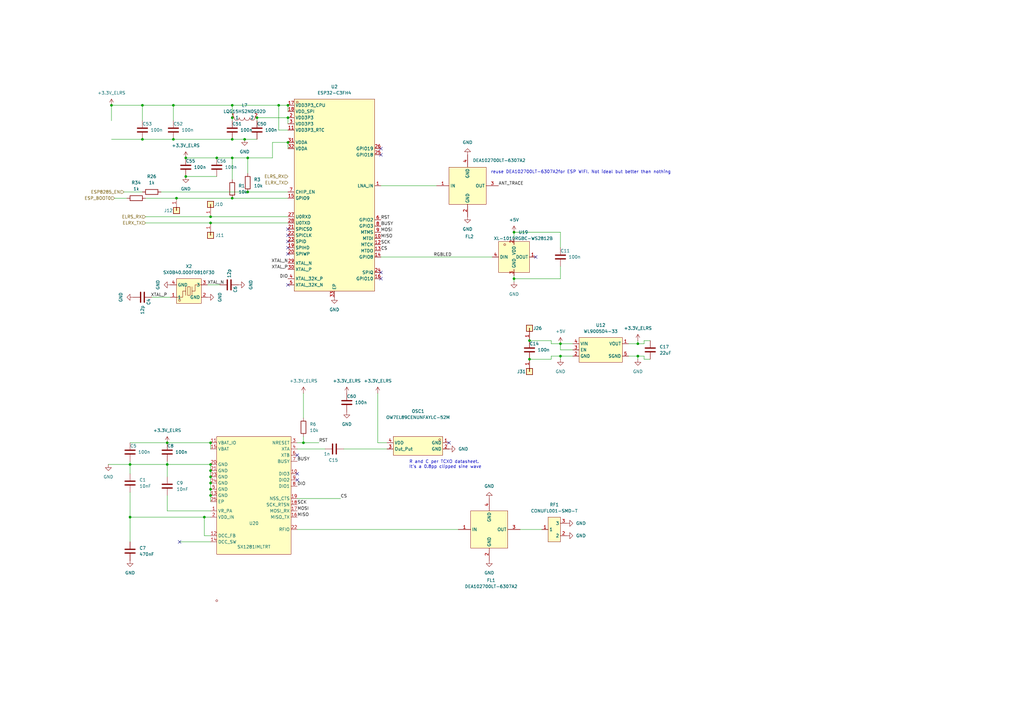
<source format=kicad_sch>
(kicad_sch (version 20250114) (generator "eeschema") (generator_version "9.0")
  (paper "A3")
  (lib_symbols
    (symbol "+3.3V_1" (power) (pin_numbers (hide yes)) (pin_names (offset 0) (hide yes))
      (property "Value" "+3.3V" (at 0 3.556 0))
      (symbol "+3.3V_1_0_1"
        (polyline (pts (xy -0.762 1.27) (xy 0 2.54)))
        (polyline (pts (xy 0 2.54) (xy 0.762 1.27)))
        (polyline (pts (xy 0 0) (xy 0 2.54)))
      )
      (symbol "+3.3V_1_1_1"
        (pin power_in line (at 0 0 90) (length 0) (name "~") (number "1"))
      )
    )
    (symbol "Connector_Generic:Conn_01x01" (pin_names (offset 1.016) (hide yes))
      (property "Reference" "J" (at 0 2.54 0))
      (property "Value" "Conn_01x01" (at 0 -2.54 0))
      (symbol "Conn_01x01_1_1"
        (rectangle (start -1.27 1.27) (end 1.27 -1.27) (stroke (width 0.254)) (fill (type background)))
        (rectangle (start -1.27 0.127) (end 0 -0.127) (stroke (width 0.1524)))
        (pin passive line (at -5.08 0 0) (length 3.81) (name "Pin_1") (number "1"))
      )
    )
    (symbol "Device:C" (pin_numbers (hide yes)) (pin_names (offset 0.254))
      (property "Reference" "C" (at 0.635 2.54 0))
      (property "Value" "C" (at 0.635 -2.54 0))
      (symbol "C_0_1"
        (polyline (pts (xy -2.032 0.762) (xy 2.032 0.762)) (stroke (width 0.508)))
        (polyline (pts (xy -2.032 -0.762) (xy 2.032 -0.762)) (stroke (width 0.508)))
      )
      (symbol "C_1_1"
        (pin passive line (at 0 3.81 270) (length 2.794) (name "~") (number "1"))
        (pin passive line (at 0 -3.81 90) (length 2.794) (name "~") (number "2"))
      )
    )
    (symbol "Device:R" (pin_numbers (hide yes)) (pin_names (offset 0))
      (property "Reference" "R" (at 2.032 0 90))
      (property "Value" "R" (at 0 0 90))
      (symbol "R_0_1"
        (rectangle (start -1.016 -2.54) (end 1.016 2.54) (stroke (width 0.254)))
      )
      (symbol "R_1_1"
        (pin passive line (at 0 3.81 270) (length 1.27) (name "~") (number "1"))
        (pin passive line (at 0 -3.81 90) (length 1.27) (name "~") (number "2"))
      )
    )
    (symbol "GND_3" (power) (pin_numbers (hide yes)) (pin_names (offset 0) (hide yes))
      (property "Value" "GND" (at 0 -3.81 0))
      (symbol "GND_3_0_1"
        (polyline (pts (xy 0 0) (xy 0 -1.27) (xy 1.27 -1.27) (xy 0 -2.54) (xy -1.27 -1.27) (xy 0 -1.27)))
      )
      (symbol "GND_3_1_1"
        (pin power_in line (at 0 0 270) (length 0) (name "~") (number "1"))
      )
    )
    (symbol "lib:2450FM07D0034T"
      (property "Reference" "FL" (at 0 17.78 0))
      (property "Value" "2450FM07D0034T" (at 0 -17.78 0))
      (symbol "2450FM07D0034T_0_1"
        (rectangle (start -7.62 7.62) (end 7.62 -7.62) (fill (type background)))
        (pin unspecified line (at -12.7 0 0) (length 5.08) (name "IN") (number "1"))
        (pin unspecified line (at 0 12.7 270) (length 5.08) (name "GND") (number "4"))
        (pin unspecified line (at 0 -12.7 90) (length 5.08) (name "GND") (number "2"))
        (pin unspecified line (at 12.7 0 180) (length 5.08) (name "OUT") (number "3"))
      )
    )
    (symbol "lib:CONUFL001-SMD-T"
      (property "Reference" "RF" (at 0 7.62 0))
      (property "Value" "CONUFL001-SMD-T" (at 0 -7.62 0))
      (symbol "CONUFL001-SMD-T_0_1"
        (rectangle (start -2.54 5.08) (end 2.54 -5.08) (fill (type background)))
        (pin unspecified line (at -5.08 0 0) (length 2.54) (name "1") (number "1"))
        (pin unspecified line (at 5.08 2.54 180) (length 2.54) (name "3") (number "3"))
        (pin unspecified line (at 5.08 -2.54 180) (length 2.54) (name "2") (number "2"))
      )
    )
    (symbol "lib:ESP32-C3FH4"
      (property "Reference" "U2" (at 0 27.94 0))
      (property "Value" "ESP32-C3FH4" (at 0 25.4 0))
      (symbol "ESP32-C3FH4_0_1"
        (rectangle (start -16.51 22.86) (end 16.51 -55.88) (fill (type background)))
        (circle (center -15.24 21.59) (radius 0.38))
        (pin unspecified line (at -19.05 20.32 0) (length 2.54) (name "VDD3P3_CPU") (number "17"))
        (pin unspecified line (at -19.05 17.78 0) (length 2.54) (name "VDD_SPI") (number "18"))
        (pin unspecified line (at -19.05 15.24 0) (length 2.54) (name "VDD3P3") (number "2"))
        (pin unspecified line (at -19.05 12.7 0) (length 2.54) (name "VDD3P3") (number "3"))
        (pin unspecified line (at -19.05 10.16 0) (length 2.54) (name "VDD3P3_RTC") (number "11"))
        (pin unspecified line (at -19.05 5.08 0) (length 2.54) (name "VDDA") (number "31"))
        (pin unspecified line (at -19.05 2.54 0) (length 2.54) (name "VDDA") (number "32"))
        (pin unspecified line (at -19.05 -15.24 0) (length 2.54) (name "CHIP_EN") (number "7"))
        (pin unspecified line (at -19.05 -17.78 0) (length 2.54) (name "GPIO9") (number "15"))
        (pin unspecified line (at -19.05 -25.4 0) (length 2.54) (name "U0RXD") (number "27"))
        (pin unspecified line (at -19.05 -27.94 0) (length 2.54) (name "U0TXD") (number "28"))
        (pin unspecified line (at -19.05 -30.48 0) (length 2.54) (name "SPICS0") (number "21"))
        (pin unspecified line (at -19.05 -33.02 0) (length 2.54) (name "SPICLK") (number "22"))
        (pin unspecified line (at -19.05 -35.56 0) (length 2.54) (name "SPID") (number "23"))
        (pin unspecified line (at -19.05 -38.1 0) (length 2.54) (name "SPIHD") (number "19"))
        (pin unspecified line (at -19.05 -40.64 0) (length 2.54) (name "SPIWP") (number "20"))
        (pin unspecified line (at -19.05 -44.45 0) (length 2.54) (name "XTAL_N") (number "29"))
        (pin unspecified line (at -19.05 -46.99 0) (length 2.54) (name "XTAL_P") (number "30"))
        (pin unspecified line (at -19.05 -50.8 0) (length 2.54) (name "XTAL_32K_P") (number "4"))
        (pin unspecified line (at -19.05 -53.34 0) (length 2.54) (name "XTAL_32K_N") (number "5"))
        (pin unspecified line (at 0 -58.42 90) (length 2.54) (name "EP") (number "33"))
        (pin unspecified line (at 19.05 2.54 180) (length 2.54) (name "GPIO19") (number "26"))
        (pin unspecified line (at 19.05 0 180) (length 2.54) (name "GPIO18") (number "25"))
        (pin unspecified line (at 19.05 -12.7 180) (length 2.54) (name "LNA_IN") (number "1"))
        (pin unspecified line (at 19.05 -26.67 180) (length 2.54) (name "GPIO2") (number "6"))
        (pin unspecified line (at 19.05 -29.21 180) (length 2.54) (name "GPIO3") (number "8"))
        (pin unspecified line (at 19.05 -31.75 180) (length 2.54) (name "MTMS") (number "9"))
        (pin unspecified line (at 19.05 -34.29 180) (length 2.54) (name "MTDI") (number "10"))
        (pin unspecified line (at 19.05 -36.83 180) (length 2.54) (name "MTCK") (number "12"))
        (pin unspecified line (at 19.05 -39.37 180) (length 2.54) (name "MTDO") (number "13"))
        (pin unspecified line (at 19.05 -41.91 180) (length 2.54) (name "GPIO8") (number "14"))
        (pin unspecified line (at 19.05 -48.26 180) (length 2.54) (name "SPIQ") (number "24"))
        (pin unspecified line (at 19.05 -50.8 180) (length 2.54) (name "GPIO10") (number "16"))
      )
    )
    (symbol "lib:LQG15HS2N0S02D"
      (property "Reference" "L" (at 0 5.08 0))
      (property "Value" "LQG15HS2N0S02D" (at 0 -5.08 0))
      (symbol "LQG15HS2N0S02D_0_1"
        (arc (start -2.27 -0.02) (mid -3.28 -1.1324) (end -4.29 -0.02))
        (arc (start -0.11 -0.02) (mid -1.12 -1.1324) (end -2.13 -0.02))
        (arc (start 2.04 -0.02) (mid 1.03 -1.1324) (end 0.02 -0.02))
        (arc (start 4.23 -0.02) (mid 3.22 -1.1231) (end 2.21 -0.02))
        (pin unspecified line (at -5.08 0 0) (length 0.762) (name "1") (number "1"))
        (pin unspecified line (at 5.08 0 180) (length 0.762) (name "2") (number "2"))
      )
    )
    (symbol "lib:OW7EL89CENUNFAYLC-52M"
      (property "Reference" "OSC" (at 0 6.35 0))
      (property "Value" "OW7EL89CENUNFAYLC-52M" (at 0 -6.35 0))
      (symbol "OW7EL89CENUNFAYLC-52M_0_1"
        (rectangle (start -10.16 3.81) (end 10.16 -3.81) (fill (type background)))
        (circle (center -8.89 2.54) (radius 0.38))
        (pin unspecified line (at -12.7 1.27 0) (length 2.54) (name "GND") (number "1"))
        (pin unspecified line (at -12.7 -1.27 0) (length 2.54) (name "GND") (number "2"))
        (pin unspecified line (at 12.7 1.27 180) (length 2.54) (name "VDD") (number "4"))
        (pin unspecified line (at 12.7 -1.27 180) (length 2.54) (name "Out_Put") (number "3"))
      )
    )
    (symbol "lib:SX0B40.000F0810F30"
      (property "Reference" "X" (at 0 7.62 0))
      (property "Value" "SX0B40.000F0810F30" (at 0 -7.62 0))
      (symbol "SX0B40.000F0810F30_0_1"
        (rectangle (start -5.08 5.08) (end 5.08 -5.08) (fill (type background)))
        (polyline (pts (xy -5.08 -2.54) (xy -2.54 -2.54) (xy -2.54 0) (xy -1.27 0)))
        (circle (center -3.81 -3.81) (radius 0.38))
        (polyline (pts (xy -1.27 -1.78) (xy -1.27 1.78)))
        (rectangle (start -0.51 1.78) (end 0.51 -1.78) (fill (type background)))
        (polyline (pts (xy 1.27 -1.78) (xy 1.27 1.78)))
        (polyline (pts (xy 5.08 2.54) (xy 2.54 2.54) (xy 2.54 0) (xy 1.27 0)))
        (pin input line (at -7.62 2.54 0) (length 2.54) (name "GND") (number "4"))
        (pin input line (at -7.62 -2.54 0) (length 2.54) (name "1") (number "1"))
        (pin input line (at 7.62 2.54 180) (length 2.54) (name "3") (number "3"))
        (pin input line (at 7.62 -2.54 180) (length 2.54) (name "GND") (number "2"))
      )
    )
    (symbol "lib:SX1281IMLTRT"
      (property "Reference" "U11" (at 0 -19.05 0))
      (property "Value" "SX1281IMLTRT" (at 0 -28.702 0))
      (symbol "SX1281IMLTRT_0_1"
        (rectangle (start -15.24 16.51) (end 15.24 -31.75) (fill (type background)))
        (circle (center -15.24 -50.8) (radius 0.38))
        (pin unspecified line (at -17.78 13.97 0) (length 2.54) (name "VBAT_IO") (number "11"))
        (pin unspecified line (at -17.78 11.43 0) (length 2.54) (name "VBAT") (number "15"))
        (pin unspecified line (at -17.78 5.08 0) (length 2.54) (name "GND") (number "20"))
        (pin unspecified line (at -17.78 2.54 0) (length 2.54) (name "GND") (number "21"))
        (pin unspecified line (at -17.78 0 0) (length 2.54) (name "GND") (number "23"))
        (pin unspecified line (at -17.78 -2.54 0) (length 2.54) (name "GND") (number "24"))
        (pin unspecified line (at -17.78 -5.08 0) (length 2.54) (name "GND") (number "5"))
        (pin unspecified line (at -17.78 -7.62 0) (length 2.54) (name "GND") (number "13"))
        (pin unspecified line (at -17.78 -10.16 0) (length 2.54) (name "EP") (number "25"))
        (pin unspecified line (at -17.78 -13.97 0) (length 2.54) (name "VR_PA") (number "1"))
        (pin unspecified line (at -17.78 -16.51 0) (length 2.54) (name "VDD_IN") (number "2"))
        (pin unspecified line (at -17.78 -24.13 0) (length 2.54) (name "DCC_FB") (number "12"))
        (pin unspecified line (at -17.78 -26.67 0) (length 2.54) (name "DCC_SW") (number "14"))
        (pin unspecified line (at 17.78 13.97 180) (length 2.54) (name "NRESET") (number "3"))
        (pin unspecified line (at 17.78 11.43 180) (length 2.54) (name "XTA") (number "4"))
        (pin unspecified line (at 17.78 8.89 180) (length 2.54) (name "XTB") (number "6"))
        (pin unspecified line (at 17.78 6.35 180) (length 2.54) (name "BUSY") (number "7"))
        (pin unspecified line (at 17.78 1.27 180) (length 2.54) (name "DIO3") (number "10"))
        (pin unspecified line (at 17.78 -1.27 180) (length 2.54) (name "DIO2") (number "9"))
        (pin unspecified line (at 17.78 -3.81 180) (length 2.54) (name "DIO1") (number "8"))
        (pin unspecified line (at 17.78 -8.89 180) (length 2.54) (name "NSS_CTS") (number "19"))
        (pin unspecified line (at 17.78 -11.43 180) (length 2.54) (name "SCK_RTSN") (number "18"))
        (pin unspecified line (at 17.78 -13.97 180) (length 2.54) (name "MOSI_RX") (number "17"))
        (pin unspecified line (at 17.78 -16.51 180) (length 2.54) (name "MISO_TX") (number "16"))
        (pin unspecified line (at 17.78 -21.59 180) (length 2.54) (name "RFIO") (number "22"))
      )
    )
    (symbol "lib:WL9005D4-33"
      (property "Reference" "U" (at 0 7.62 0))
      (property "Value" "WL9005D4-33" (at 0 -7.62 0))
      (symbol "WL9005D4-33_0_1"
        (rectangle (start -8.89 5.08) (end 8.89 -5.08) (fill (type background)))
        (pin unspecified line (at -11.43 2.54 0) (length 2.54) (name "VIN") (number "4"))
        (pin unspecified line (at -11.43 0 0) (length 2.54) (name "EN") (number "3"))
        (pin unspecified line (at -11.43 -2.54 0) (length 2.54) (name "GND") (number "2"))
        (pin unspecified line (at 11.43 2.54 180) (length 2.54) (name "VOUT") (number "1"))
        (pin unspecified line (at 11.43 -2.54 180) (length 2.54) (name "SGND") (number "5"))
      )
    )
    (symbol "lib:XL-1010RGBC-WS2812B"
      (property "Reference" "U3" (at 21.59 10.2302 0))
      (property "Value" "XL-1010RGBC-WS2812B" (at 21.59 7.6902 0))
      (symbol "XL-1010RGBC-WS2812B_0_1"
        (rectangle (start -7.62 6.35) (end 5.08 -6.35) (fill (type background)))
        (circle (center -5.08 5.08) (radius 0.38))
        (pin unspecified line (at -10.16 0 0) (length 2.54) (name "DIN") (number "4"))
        (pin unspecified line (at -1.27 7.62 270) (length 2.54) (name "VDD") (number "2"))
        (pin unspecified line (at -1.27 -7.62 90) (length 2.54) (name "GND") (number "3"))
        (pin unspecified line (at 7.62 0 180) (length 2.54) (name "DOUT") (number "1"))
      )
    )
    (symbol "power:+5V" (power) (pin_numbers (hide yes)) (pin_names (offset 0) (hide yes))
      (property "Value" "+5V" (at 0 3.556 0))
      (symbol "+5V_0_1"
        (polyline (pts (xy -0.762 1.27) (xy 0 2.54)))
        (polyline (pts (xy 0 2.54) (xy 0.762 1.27)))
        (polyline (pts (xy 0 0) (xy 0 2.54)))
      )
      (symbol "+5V_1_1"
        (pin power_in line (at 0 0 90) (length 0) (name "~") (number "1"))
      )
    )
    (symbol "power:GND" (power) (pin_names (offset 0))
      (property "Value" "GND" (at 0 -3.81 0))
      (symbol "GND_0_1"
        (polyline (pts (xy 0 0) (xy 0 -1.27) (xy 1.27 -1.27) (xy 0 -2.54) (xy -1.27 -1.27) (xy 0 -1.27)))
      )
      (symbol "GND_1_1"
        (pin power_in line (at 0 0 270) (length 0) (hide yes) (name "GND") (number "1"))
      )
    )
  )
  (text "reuse DEA102700LT-6307A2for ESP WIFI. Not ideal but better than nothing" (at 238.252 70.612 0) (effects (font (size 1.27 1.27))))
  (text "R and C per TCXO datasheet. \nIt's a 0.8pp clipped sine wave" (at 182.626 190.5 0) (effects (font (size 1.27 1.27))))
  (junction (at 95.25 43.18))
  (junction (at 71.12 43.18))
  (junction (at 261.62 146.05))
  (junction (at 86.36 88.9))
  (junction (at 86.36 91.44))
  (junction (at 86.36 200.66))
  (junction (at 100.33 57.15))
  (junction (at 229.87 146.05))
  (junction (at 86.36 193.04))
  (junction (at 58.42 57.15))
  (junction (at 95.25 57.15))
  (junction (at 88.9 64.77))
  (junction (at 105.41 48.26))
  (junction (at 76.2 72.39))
  (junction (at 86.36 203.2))
  (junction (at 86.36 195.58))
  (junction (at 210.82 95.25))
  (junction (at 95.25 64.77))
  (junction (at 76.2 64.77))
  (junction (at 53.34 190.5))
  (junction (at 83.82 212.09))
  (junction (at 72.39 81.28))
  (junction (at 101.6 78.74))
  (junction (at 217.17 139.7))
  (junction (at 53.34 212.09))
  (junction (at 45.72 43.18))
  (junction (at 261.62 140.97))
  (junction (at 118.11 58.42))
  (junction (at 68.58 190.5))
  (junction (at 210.82 114.3))
  (junction (at 217.17 147.32))
  (junction (at 95.25 81.28))
  (junction (at 124.46 181.61))
  (junction (at 58.42 43.18))
  (junction (at 229.87 140.97))
  (junction (at 114.3 43.18))
  (junction (at 68.58 181.61))
  (junction (at 86.36 198.12))
  (junction (at 86.36 181.61))
  (junction (at 86.36 190.5))
  (junction (at 101.6 64.77))
  (junction (at 118.11 43.18))
  (junction (at 95.25 48.26))
  (junction (at 71.12 57.15))
  (junction (at 118.11 48.26))
  (no_connect (at 121.92 186.69))
  (no_connect (at 156.21 63.5))
  (no_connect (at 121.92 194.31))
  (no_connect (at 118.11 116.84))
  (no_connect (at 118.11 96.52))
  (no_connect (at 156.21 114.3))
  (no_connect (at 156.21 111.76))
  (no_connect (at 184.15 181.61))
  (no_connect (at 156.21 60.96))
  (no_connect (at 73.66 222.25))
  (no_connect (at 118.11 93.98))
  (no_connect (at 118.11 101.6))
  (no_connect (at 219.71 105.41))
  (no_connect (at 121.92 196.85))
  (no_connect (at 118.11 104.14))
  (no_connect (at 118.11 99.06))
  (wire (pts (xy 111.76 64.77) (xy 111.76 58.42)))
  (wire (pts (xy 124.46 179.07) (xy 124.46 181.61)))
  (wire (pts (xy 76.2 72.39) (xy 88.9 72.39)))
  (wire (pts (xy 86.36 88.9) (xy 118.11 88.9)))
  (wire (pts (xy 68.58 190.5) (xy 86.36 190.5)))
  (wire (pts (xy 58.42 57.15) (xy 71.12 57.15)))
  (wire (pts (xy 229.87 114.3) (xy 229.87 109.22)))
  (wire (pts (xy 264.16 139.7) (xy 266.7 139.7)))
  (wire (pts (xy 210.82 114.3) (xy 210.82 115.57)))
  (wire (pts (xy 154.94 181.61) (xy 158.75 181.61)))
  (wire (pts (xy 53.34 212.09) (xy 53.34 222.25)))
  (wire (pts (xy 86.36 219.71) (xy 83.82 219.71)))
  (wire (pts (xy 210.82 95.25) (xy 210.82 97.79)))
  (wire (pts (xy 257.81 140.97) (xy 261.62 140.97)))
  (wire (pts (xy 118.11 53.34) (xy 114.3 53.34)))
  (wire (pts (xy 59.69 91.44) (xy 86.36 91.44)))
  (wire (pts (xy 86.36 195.58) (xy 86.36 198.12)))
  (wire (pts (xy 121.92 204.47) (xy 139.7 204.47)))
  (wire (pts (xy 264.16 140.97) (xy 264.16 139.7)))
  (wire (pts (xy 66.04 78.74) (xy 101.6 78.74)))
  (wire (pts (xy 261.62 146.05) (xy 264.16 146.05)))
  (wire (pts (xy 72.39 81.28) (xy 95.25 81.28)))
  (wire (pts (xy 45.72 57.15) (xy 58.42 57.15)))
  (wire (pts (xy 71.12 43.18) (xy 58.42 43.18)))
  (wire (pts (xy 124.46 181.61) (xy 121.92 181.61)))
  (wire (pts (xy 76.2 64.77) (xy 88.9 64.77)))
  (wire (pts (xy 86.36 212.09) (xy 83.82 212.09)))
  (wire (pts (xy 86.36 193.04) (xy 86.36 195.58)))
  (wire (pts (xy 95.25 43.18) (xy 71.12 43.18)))
  (wire (pts (xy 50.8 78.74) (xy 58.42 78.74)))
  (wire (pts (xy 88.9 64.77) (xy 95.25 64.77)))
  (wire (pts (xy 68.58 181.61) (xy 86.36 181.61)))
  (wire (pts (xy 83.82 212.09) (xy 83.82 219.71)))
  (wire (pts (xy 59.69 81.28) (xy 72.39 81.28)))
  (wire (pts (xy 210.82 113.03) (xy 210.82 114.3)))
  (wire (pts (xy 118.11 58.42) (xy 118.11 60.96)))
  (wire (pts (xy 86.36 203.2) (xy 86.36 205.74)))
  (wire (pts (xy 121.92 217.17) (xy 187.96 217.17)))
  (wire (pts (xy 53.34 190.5) (xy 53.34 194.31)))
  (wire (pts (xy 95.25 48.26) (xy 95.25 49.53)))
  (wire (pts (xy 71.12 57.15) (xy 95.25 57.15)))
  (wire (pts (xy 264.16 147.32) (xy 266.7 147.32)))
  (wire (pts (xy 261.62 146.05) (xy 261.62 147.32)))
  (wire (pts (xy 58.42 43.18) (xy 58.42 49.53)))
  (wire (pts (xy 213.36 217.17) (xy 222.25 217.17)))
  (wire (pts (xy 45.72 43.18) (xy 58.42 43.18)))
  (wire (pts (xy 140.97 184.15) (xy 158.75 184.15)))
  (wire (pts (xy 100.33 57.15) (xy 105.41 57.15)))
  (wire (pts (xy 229.87 95.25) (xy 229.87 101.6)))
  (wire (pts (xy 53.34 190.5) (xy 68.58 190.5)))
  (wire (pts (xy 105.41 48.26) (xy 105.41 49.53)))
  (wire (pts (xy 95.25 64.77) (xy 95.25 73.66)))
  (wire (pts (xy 68.58 189.23) (xy 68.58 190.5)))
  (wire (pts (xy 226.06 139.7) (xy 217.17 139.7)))
  (wire (pts (xy 95.25 64.77) (xy 101.6 64.77)))
  (wire (pts (xy 53.34 181.61) (xy 68.58 181.61)))
  (wire (pts (xy 118.11 43.18) (xy 114.3 43.18)))
  (wire (pts (xy 73.66 222.25) (xy 86.36 222.25)))
  (wire (pts (xy 226.06 147.32) (xy 226.06 146.05)))
  (wire (pts (xy 118.11 43.18) (xy 118.11 45.72)))
  (wire (pts (xy 229.87 140.97) (xy 226.06 140.97)))
  (wire (pts (xy 229.87 140.97) (xy 234.95 140.97)))
  (wire (pts (xy 101.6 78.74) (xy 118.11 78.74)))
  (wire (pts (xy 71.12 43.18) (xy 71.12 49.53)))
  (wire (pts (xy 217.17 147.32) (xy 226.06 147.32)))
  (wire (pts (xy 46.99 81.28) (xy 52.07 81.28)))
  (wire (pts (xy 45.72 49.53) (xy 45.72 43.18)))
  (wire (pts (xy 234.95 143.51) (xy 229.87 143.51)))
  (wire (pts (xy 83.82 212.09) (xy 53.34 212.09)))
  (wire (pts (xy 261.62 140.97) (xy 264.16 140.97)))
  (wire (pts (xy 86.36 91.44) (xy 118.11 91.44)))
  (wire (pts (xy 105.41 48.26) (xy 118.11 48.26)))
  (wire (pts (xy 95.25 81.28) (xy 118.11 81.28)))
  (wire (pts (xy 229.87 147.32) (xy 229.87 146.05)))
  (wire (pts (xy 68.58 209.55) (xy 68.58 203.2)))
  (wire (pts (xy 101.6 64.77) (xy 111.76 64.77)))
  (wire (pts (xy 264.16 146.05) (xy 264.16 147.32)))
  (wire (pts (xy 130.81 181.61) (xy 124.46 181.61)))
  (wire (pts (xy 229.87 146.05) (xy 234.95 146.05)))
  (wire (pts (xy 257.81 146.05) (xy 261.62 146.05)))
  (wire (pts (xy 86.36 198.12) (xy 86.36 200.66)))
  (wire (pts (xy 226.06 146.05) (xy 229.87 146.05)))
  (wire (pts (xy 90.17 116.84) (xy 85.09 116.84)))
  (wire (pts (xy 226.06 140.97) (xy 226.06 139.7)))
  (wire (pts (xy 95.25 57.15) (xy 100.33 57.15)))
  (wire (pts (xy 156.21 105.41) (xy 201.93 105.41)))
  (wire (pts (xy 53.34 189.23) (xy 53.34 190.5)))
  (wire (pts (xy 95.25 43.18) (xy 95.25 48.26)))
  (wire (pts (xy 62.23 121.92) (xy 69.85 121.92)))
  (wire (pts (xy 121.92 184.15) (xy 133.35 184.15)))
  (wire (pts (xy 86.36 190.5) (xy 86.36 193.04)))
  (wire (pts (xy 44.45 190.5) (xy 53.34 190.5)))
  (wire (pts (xy 68.58 190.5) (xy 68.58 195.58)))
  (wire (pts (xy 118.11 48.26) (xy 118.11 50.8)))
  (wire (pts (xy 261.62 140.97) (xy 261.62 139.7)))
  (wire (pts (xy 114.3 53.34) (xy 114.3 43.18)))
  (wire (pts (xy 114.3 43.18) (xy 95.25 43.18)))
  (wire (pts (xy 210.82 95.25) (xy 229.87 95.25)))
  (wire (pts (xy 86.36 200.66) (xy 86.36 203.2)))
  (wire (pts (xy 101.6 64.77) (xy 101.6 71.12)))
  (wire (pts (xy 124.46 161.29) (xy 124.46 171.45)))
  (wire (pts (xy 156.21 76.2) (xy 179.07 76.2)))
  (wire (pts (xy 111.76 58.42) (xy 118.11 58.42)))
  (wire (pts (xy 154.94 161.29) (xy 154.94 181.61)))
  (wire (pts (xy 210.82 114.3) (xy 229.87 114.3)))
  (wire (pts (xy 59.69 88.9) (xy 86.36 88.9)))
  (wire (pts (xy 86.36 181.61) (xy 86.36 184.15)))
  (wire (pts (xy 53.34 201.93) (xy 53.34 212.09)))
  (wire (pts (xy 86.36 209.55) (xy 68.58 209.55)))
  (wire (pts (xy 229.87 143.51) (xy 229.87 140.97)))
  (label "SCK" (at 156.21 100.33 0))
  (label "MISO" (at 121.92 212.09 0))
  (label "MOSI" (at 156.21 95.25 0))
  (label "CS" (at 156.21 102.87 0))
  (label "XTAL_P" (at 118.11 110.49 180) (effects (font (thickness 0.1588))))
  (label "MOSI" (at 121.92 209.55 0))
  (label "BUSY" (at 156.21 92.71 0))
  (label "BUSY" (at 121.92 189.23 0))
  (label "RST" (at 156.21 90.17 0))
  (label "XTAL_P" (at 68.58 121.92 180) (effects (font (thickness 0.1588))))
  (label "CS" (at 139.7 204.47 0))
  (label "ANT_TRACE" (at 204.47 76.2 0))
  (label "MISO" (at 156.21 97.79 0))
  (label "XTAL_N" (at 85.09 116.84 0) (effects (font (thickness 0.1588))))
  (label "XTAL_N" (at 118.11 107.95 180) (effects (font (thickness 0.1588))))
  (label "RGBLED" (at 177.8 105.41 0))
  (label "DIO" (at 118.11 114.3 180))
  (label "SCK" (at 121.92 207.01 0))
  (label "DIO" (at 121.92 199.39 0))
  (label "RST" (at 130.81 181.61 0))
  (hierarchical_label "ESP8285_EN" (shape input) (at 50.8 78.74 180))
  (hierarchical_label "ELRX_TX" (shape input) (at 59.69 91.44 180))
  (hierarchical_label "ESP_BOOT0" (shape input) (at 46.99 81.28 180))
  (hierarchical_label "ELRX_TX" (shape input) (at 118.11 74.93 180))
  (hierarchical_label "ELRS_RX" (shape input) (at 118.11 72.39 180))
  (hierarchical_label "ELRS_RX" (shape input) (at 59.69 88.9 180))
  (symbol (lib_id "power:GND") (at 191.77 63.5 180) (unit 1)
    (property "Reference" "#PWR0132" (effects (hide yes)))
    (property "Value" "GND" (at 191.77 58.42 0))
    (property "Description" "Power symbol creates a global label with name \"GND\" , ground" (effects (hide yes)))
  )
  (symbol (lib_id "Connector_Generic:Conn_01x01") (at 86.36 96.52 270) (unit 1)
    (property "Reference" "J11" (at 91.948 96.52 90) (effects (justify right)))
    (property "Value" "5V" (effects (hide yes)))
    (property "Footprint" "lib:small_pad" (effects (hide yes)))
    (property "Description" "Generic connector, single row, 01x01, script generated (kicad-library-utils/schlib/autogen/connector/)" (effects (hide yes)))
  )
  (symbol (lib_id "Device:C") (at 137.16 184.15 90) (unit 1)
    (property "Reference" "C15" (at 138.684 188.722 90) (effects (justify left)))
    (property "Value" "1n" (at 135.382 186.182 90) (effects (justify left)))
    (property "Footprint" "Capacitor_SMD:C_0402_1005Metric" (effects (hide yes)))
  )
  (symbol (lib_id "Device:R") (at 55.88 81.28 90) (unit 1)
    (property "Reference" "R34" (at 55.88 74.93 90))
    (property "Value" "1k" (at 55.88 77.47 90))
    (property "Footprint" "Resistor_SMD:R_0402_1005Metric" (effects (hide yes)))
    (property "Description" "Resistor" (effects (hide yes)))
    (property "LCSC" "C2909316" (effects (hide yes)))
  )
  (symbol (lib_name "GND_3") (lib_id "power:GND") (at 200.66 204.47 180) (unit 1)
    (property "Reference" "#PWR038" (effects (hide yes)))
    (property "Value" "GND" (at 200.66 199.39 0))
    (property "Description" "Power symbol creates a global label with name \"GND\" , ground" (effects (hide yes)))
  )
  (symbol (lib_id "power:GND") (at 232.41 214.63 90) (unit 1)
    (property "Reference" "#PWR0140" (effects (hide yes)))
    (property "Value" "GND" (at 236.22 214.6299 90) (effects (justify right)))
  )
  (symbol (lib_id "Device:C") (at 58.42 53.34 0) (unit 1)
    (property "Reference" "C53" (at 58.42 50.8 0) (effects (justify left)))
    (property "Value" "100n" (at 61.722 53.34 0) (effects (justify left)))
    (property "Footprint" "Capacitor_SMD:C_0402_1005Metric" (effects (hide yes)))
    (property "LCSC" "C1525" (effects (hide yes)))
  )
  (symbol (lib_id "power:GND") (at 100.33 57.15 0) (unit 1)
    (property "Reference" "#PWR0133" (effects (hide yes)))
    (property "Value" "GND" (at 100.33 62.23 0))
    (property "Description" "Power symbol creates a global label with name \"GND\" , ground" (effects (hide yes)))
  )
  (symbol (lib_id "power:GND") (at 97.79 116.84 90) (unit 1)
    (property "Reference" "#PWR081" (effects (hide yes)))
    (property "Value" "GND" (at 102.87 116.84 0))
    (property "Description" "Power symbol creates a global label with name \"GND\" , ground" (effects (hide yes)))
  )
  (symbol (lib_name "GND_3") (lib_id "power:GND") (at 184.15 184.15 90) (mirror x) (unit 1)
    (property "Reference" "#PWR0147" (effects (hide yes)))
    (property "Value" "GND" (at 187.96 184.1499 90) (effects (justify right)))
    (property "Description" "Power symbol creates a global label with name \"GND\" , ground" (effects (hide yes)))
  )
  (symbol (lib_id "Device:C") (at 53.34 226.06 0) (unit 1)
    (property "Reference" "C7" (at 57.15 224.7899 0) (effects (justify left)))
    (property "Value" "470nF" (at 57.15 227.3299 0) (effects (justify left)))
    (property "Footprint" "Capacitor_SMD:C_0402_1005Metric" (effects (hide yes)))
    (property "Description" "Unpolarized capacitor" (effects (hide yes)))
    (property "LCSC" "C92361" (effects (hide yes)))
  )
  (symbol (lib_name "+3.3V_1") (lib_id "power:+3.3V") (at 142.24 161.29 0) (unit 1)
    (property "Reference" "#PWR052" (effects (hide yes)))
    (property "Value" "+3.3V_ELRS" (at 142.24 156.21 0))
    (property "Description" "Power symbol creates a global label with name \"+3.3V\"" (effects (hide yes)))
  )
  (symbol (lib_id "lib:WL9005D4-33") (at 246.38 143.51 0) (unit 1)
    (property "Reference" "U12" (at 246.38 133.35 0))
    (property "Value" "WL9005D4-33" (at 246.38 135.89 0))
    (property "Footprint" "lib:UDFN-4_L1.0-W1.0-P0.65-TL" (effects (hide yes)))
    (property "LCSC Part" "C5357206" (effects (hide yes)))
  )
  (symbol (lib_id "lib:SX1281IMLTRT") (at 104.14 195.58 0) (unit 1)
    (property "Reference" "U20" (at 104.14 214.63 0))
    (property "Value" "SX1281IMLTRT" (at 104.14 224.282 0))
    (property "Footprint" "lib:QFN-24_L4.0-W4.0-P0.50-TL-EP2.6" (effects (hide yes)))
    (property "LCSC Part" "C2151551" (effects (hide yes)))
  )
  (symbol (lib_name "GND_3") (lib_id "power:GND") (at 53.34 229.87 0) (unit 1)
    (property "Reference" "#PWR048" (effects (hide yes)))
    (property "Value" "GND" (at 53.34 234.95 0))
    (property "Description" "Power symbol creates a global label with name \"GND\" , ground" (effects (hide yes)))
  )
  (symbol (lib_id "Device:R") (at 101.6 74.93 0) (unit 1)
    (property "Reference" "R3" (at 104.14 73.6599 0) (effects (justify left)))
    (property "Value" "10k" (at 104.14 76.1999 0) (effects (justify left)))
    (property "Footprint" "Resistor_SMD:R_0402_1005Metric" (effects (hide yes)))
    (property "Description" "Resistor" (effects (hide yes)))
    (property "LCSC" "C2909316" (effects (hide yes)))
  )
  (symbol (lib_id "Device:C") (at 68.58 199.39 0) (unit 1)
    (property "Reference" "C9" (at 72.39 198.1199 0) (effects (justify left)))
    (property "Value" "10nF" (at 72.39 200.6599 0) (effects (justify left)))
    (property "Footprint" "Capacitor_SMD:C_0402_1005Metric" (effects (hide yes)))
    (property "Description" "Unpolarized capacitor" (effects (hide yes)))
    (property "LCSC" "C15195" (effects (hide yes)))
  )
  (symbol (lib_id "power:GND") (at 69.85 116.84 270) (unit 1)
    (property "Reference" "#PWR042" (effects (hide yes)))
    (property "Value" "GND" (at 64.77 116.84 0))
    (property "Description" "Power symbol creates a global label with name \"GND\" , ground" (effects (hide yes)))
  )
  (symbol (lib_id "Device:C") (at 266.7 143.51 0) (unit 1)
    (property "Reference" "C17" (at 270.51 142.2399 0) (effects (justify left)))
    (property "Value" "22uF" (at 270.51 144.7799 0) (effects (justify left)))
    (property "Footprint" "Capacitor_SMD:C_0402_1005Metric" (effects (hide yes)))
    (property "Description" "Unpolarized capacitor" (effects (hide yes)))
    (property "LCSC" "C105226" (effects (hide yes)))
  )
  (symbol (lib_id "power:GND") (at 54.61 121.92 270) (unit 1)
    (property "Reference" "#PWR080" (effects (hide yes)))
    (property "Value" "GND" (at 49.53 121.92 0))
    (property "Description" "Power symbol creates a global label with name \"GND\" , ground" (effects (hide yes)))
  )
  (symbol (lib_id "Device:R") (at 95.25 77.47 0) (unit 1)
    (property "Reference" "R1" (at 97.79 76.1999 0) (effects (justify left)))
    (property "Value" "10k" (at 97.79 78.7399 0) (effects (justify left)))
    (property "Footprint" "Resistor_SMD:R_0402_1005Metric" (effects (hide yes)))
    (property "Description" "Resistor" (effects (hide yes)))
    (property "LCSC" "C2909316" (effects (hide yes)))
  )
  (symbol (lib_id "power:GND") (at 137.16 121.92 0) (unit 1)
    (property "Reference" "#PWR019" (effects (hide yes)))
    (property "Value" "GND" (at 137.16 127 0))
    (property "Description" "Power symbol creates a global label with name \"GND\" , ground" (effects (hide yes)))
  )
  (symbol (lib_name "+3.3V_1") (lib_id "power:+3.3V") (at 76.2 64.77 0) (unit 1)
    (property "Reference" "#PWR054" (effects (hide yes)))
    (property "Value" "+3.3V_ELRS" (at 76.2 59.69 0))
    (property "Description" "Power symbol creates a global label with name \"+3.3V\"" (effects (hide yes)))
  )
  (symbol (lib_name "GND_3") (lib_id "power:GND") (at 200.66 229.87 0) (unit 1)
    (property "Reference" "#PWR039" (effects (hide yes)))
    (property "Value" "GND" (at 200.66 234.95 0))
    (property "Description" "Power symbol creates a global label with name \"GND\" , ground" (effects (hide yes)))
  )
  (symbol (lib_name "GND_3") (lib_id "power:GND") (at 261.62 147.32 0) (unit 1)
    (property "Reference" "#PWR0127" (effects (hide yes)))
    (property "Value" "GND" (at 261.62 152.4 0))
    (property "Description" "Power symbol creates a global label with name \"GND\" , ground" (effects (hide yes)))
  )
  (symbol (lib_id "Device:R") (at 62.23 78.74 90) (unit 1)
    (property "Reference" "R26" (at 62.23 72.39 90))
    (property "Value" "1k" (at 62.23 74.93 90))
    (property "Footprint" "Resistor_SMD:R_0402_1005Metric" (effects (hide yes)))
    (property "Description" "Resistor" (effects (hide yes)))
    (property "LCSC" "C2909316" (effects (hide yes)))
  )
  (symbol (lib_id "power:GND") (at 76.2 72.39 0) (unit 1)
    (property "Reference" "#PWR0139" (effects (hide yes)))
    (property "Value" "GND" (at 76.2 77.47 0))
    (property "Description" "Power symbol creates a global label with name \"GND\" , ground" (effects (hide yes)))
  )
  (symbol (lib_name "GND_3") (lib_id "power:GND") (at 44.45 190.5 0) (unit 1)
    (property "Reference" "#PWR018" (effects (hide yes)))
    (property "Value" "GND" (at 44.45 195.58 0))
    (property "Description" "Power symbol creates a global label with name \"GND\" , ground" (effects (hide yes)))
  )
  (symbol (lib_id "lib:OW7EL89CENUNFAYLC-52M") (at 171.45 182.88 0) (mirror y) (unit 1)
    (property "Reference" "OSC1" (at 171.45 168.656 0))
    (property "Value" "OW7EL89CENUNFAYLC-52M" (at 171.45 171.196 0))
    (property "Footprint" "lib:OSC-SMD_4P-L2.0-W1.6-BL_TXC_7Z" (effects (hide yes)))
    (property "LCSC Part" "C22434896" (effects (hide yes)))
  )
  (symbol (lib_name "+3.3V_1") (lib_id "power:+3.3V") (at 261.62 139.7 0) (unit 1)
    (property "Reference" "#PWR0126" (effects (hide yes)))
    (property "Value" "+3.3V_ELRS" (at 261.62 134.62 0))
    (property "Description" "Power symbol creates a global label with name \"+3.3V\"" (effects (hide yes)))
  )
  (symbol (lib_id "lib:2450FM07D0034T") (at 200.66 217.17 0) (unit 1)
    (property "Reference" "FL1" (at 201.422 237.998 0))
    (property "Value" "DEA102700LT-6307A2" (at 201.422 240.538 0))
    (property "Footprint" "lib:FILTER-SMD_4P-L1.0-W0.5-L" (effects (hide yes)))
    (property "LCSC Part" "C574024" (effects (hide yes)))
  )
  (symbol (lib_id "power:GND") (at 142.24 168.91 0) (unit 1)
    (property "Reference" "#PWR0160" (effects (hide yes)))
    (property "Value" "GND" (at 142.24 173.99 0))
    (property "Description" "Power symbol creates a global label with name \"GND\" , ground" (effects (hide yes)))
  )
  (symbol (lib_id "power:GND") (at 191.77 88.9 0) (unit 1)
    (property "Reference" "#PWR0131" (effects (hide yes)))
    (property "Value" "GND" (at 191.77 93.98 0))
    (property "Description" "Power symbol creates a global label with name \"GND\" , ground" (effects (hide yes)))
  )
  (symbol (lib_id "Device:C") (at 229.87 105.41 0) (unit 1)
    (property "Reference" "C11" (at 229.87 102.87 0) (effects (justify left)))
    (property "Value" "100n" (at 233.172 105.41 0) (effects (justify left)))
    (property "Footprint" "Capacitor_SMD:C_0402_1005Metric" (effects (hide yes)))
    (property "LCSC" "C1525" (effects (hide yes)))
  )
  (symbol (lib_id "power:+5V") (at 210.82 95.25 0) (unit 1)
    (property "Reference" "#PWR058" (effects (hide yes)))
    (property "Value" "+5V" (at 210.82 90.17 0))
    (property "Description" "Power symbol creates a global label with name \"+5V\"" (effects (hide yes)))
  )
  (symbol (lib_id "lib:LQG15HS2N0S02D") (at 100.33 48.26 0) (unit 1)
    (property "Reference" "L7" (at 100.33 43.18 0))
    (property "Value" "LQG15HS2N0S02D" (at 100.33 45.72 0))
    (property "Footprint" "lib:L0402" (effects (hide yes)))
    (property "Datasheet" "https://lcsc.com/product-detail/Inductors-SMD_muRata_LQG15HS2N0S02D_2nH-0-3nH_C18216.html" (effects (hide yes)))
    (property "LCSC Part" "C18216" (effects (hide yes)))
  )
  (symbol (lib_id "Device:C") (at 95.25 53.34 0) (unit 1)
    (property "Reference" "C51" (at 95.25 50.8 0) (effects (justify left)))
    (property "Value" "100n" (at 98.552 53.34 0) (effects (justify left)))
    (property "Footprint" "Capacitor_SMD:C_0402_1005Metric" (effects (hide yes)))
    (property "LCSC" "C1525" (effects (hide yes)))
  )
  (symbol (lib_id "Device:C") (at 217.17 143.51 0) (unit 1)
    (property "Reference" "C14" (at 217.17 140.97 0) (effects (justify left)))
    (property "Value" "100n" (at 220.472 143.51 0) (effects (justify left)))
    (property "Footprint" "Capacitor_SMD:C_0402_1005Metric" (effects (hide yes)))
    (property "LCSC" "C1525" (effects (hide yes)))
  )
  (symbol (lib_id "Device:C") (at 142.24 165.1 0) (unit 1)
    (property "Reference" "C60" (at 142.24 162.56 0) (effects (justify left)))
    (property "Value" "100n" (at 145.542 165.1 0) (effects (justify left)))
    (property "Footprint" "Capacitor_SMD:C_0402_1005Metric" (effects (hide yes)))
    (property "LCSC" "C1525" (effects (hide yes)))
  )
  (symbol (lib_name "+3.3V_1") (lib_id "power:+3.3V") (at 124.46 161.29 0) (unit 1)
    (property "Reference" "#PWR073" (effects (hide yes)))
    (property "Value" "+3.3V_ELRS" (at 124.46 156.21 0))
    (property "Description" "Power symbol creates a global label with name \"+3.3V\"" (effects (hide yes)))
  )
  (symbol (lib_id "lib:SX0B40.000F0810F30") (at 77.47 119.38 0) (unit 1)
    (property "Reference" "X2" (at 77.47 109.22 0))
    (property "Value" "SX0B40.000F0810F30" (at 77.47 111.76 0))
    (property "Footprint" "lib:CRYSTAL-SMD_4P-L1.6-W1.2-BL" (effects (hide yes)))
    (property "LCSC Part" "C7301926" (effects (hide yes)))
  )
  (symbol (lib_name "+3.3V_1") (lib_id "power:+3.3V") (at 68.58 181.61 0) (unit 1)
    (property "Reference" "#PWR049" (effects (hide yes)))
    (property "Value" "+3.3V_ELRS" (at 68.58 176.53 0))
    (property "Description" "Power symbol creates a global label with name \"+3.3V\"" (effects (hide yes)))
  )
  (symbol (lib_id "Device:C") (at 71.12 53.34 0) (unit 1)
    (property "Reference" "C52" (at 71.12 50.8 0) (effects (justify left)))
    (property "Value" "100n" (at 74.422 53.34 0) (effects (justify left)))
    (property "Footprint" "Capacitor_SMD:C_0402_1005Metric" (effects (hide yes)))
    (property "LCSC" "C1525" (effects (hide yes)))
  )
  (symbol (lib_id "Connector_Generic:Conn_01x01") (at 86.36 83.82 90) (unit 1)
    (property "Reference" "J10" (at 87.884 83.82 90) (effects (justify right)))
    (property "Value" "5V" (effects (hide yes)))
    (property "Footprint" "lib:small_pad" (effects (hide yes)))
    (property "Description" "Generic connector, single row, 01x01, script generated (kicad-library-utils/schlib/autogen/connector/)" (effects (hide yes)))
  )
  (symbol (lib_id "Device:C") (at 68.58 185.42 0) (unit 1)
    (property "Reference" "C8" (at 68.58 182.88 0) (effects (justify left)))
    (property "Value" "100n" (at 71.882 185.42 0) (effects (justify left)))
    (property "Footprint" "Capacitor_SMD:C_0402_1005Metric" (effects (hide yes)))
    (property "LCSC" "C1525" (effects (hide yes)))
  )
  (symbol (lib_id "Connector_Generic:Conn_01x01") (at 217.17 152.4 270) (unit 1)
    (property "Reference" "J31" (at 215.646 152.4 90) (effects (justify right)))
    (property "Value" "5V" (effects (hide yes)))
    (property "Footprint" "lib:small_pad" (effects (hide yes)))
    (property "Description" "Generic connector, single row, 01x01, script generated (kicad-library-utils/schlib/autogen/connector/)" (effects (hide yes)))
  )
  (symbol (lib_name "+3.3V_1") (lib_id "power:+3.3V") (at 154.94 161.29 0) (unit 1)
    (property "Reference" "#PWR0159" (effects (hide yes)))
    (property "Value" "+3.3V_ELRS" (at 154.94 156.21 0))
    (property "Description" "Power symbol creates a global label with name \"+3.3V\"" (effects (hide yes)))
  )
  (symbol (lib_id "Device:R") (at 124.46 175.26 0) (unit 1)
    (property "Reference" "R6" (at 127 173.9899 0) (effects (justify left)))
    (property "Value" "10k" (at 127 176.5299 0) (effects (justify left)))
    (property "Footprint" "Resistor_SMD:R_0402_1005Metric" (effects (hide yes)))
    (property "Description" "Resistor" (effects (hide yes)))
    (property "LCSC" "C2909316" (effects (hide yes)))
  )
  (symbol (lib_id "power:+5V") (at 229.87 140.97 0) (unit 1)
    (property "Reference" "#PWR034" (effects (hide yes)))
    (property "Value" "+5V" (at 229.87 135.89 0))
    (property "Description" "Power symbol creates a global label with name \"+5V\"" (effects (hide yes)))
  )
  (symbol (lib_id "lib:2450FM07D0034T") (at 191.77 76.2 0) (unit 1)
    (property "Reference" "FL2" (at 192.532 97.028 0))
    (property "Value" "DEA102700LT-6307A2" (at 204.724 65.786 0))
    (property "Footprint" "lib:FILTER-SMD_4P-L1.0-W0.5-L" (effects (hide yes)))
    (property "LCSC Part" "C574024" (effects (hide yes)))
  )
  (symbol (lib_id "power:GND") (at 232.41 219.71 90) (unit 1)
    (property "Reference" "#PWR0141" (effects (hide yes)))
    (property "Value" "GND" (at 236.22 219.7099 90) (effects (justify right)))
  )
  (symbol (lib_id "Device:C") (at 105.41 53.34 0) (unit 1)
    (property "Reference" "C50" (at 105.41 50.8 0) (effects (justify left)))
    (property "Value" "100n" (at 108.712 53.34 0) (effects (justify left)))
    (property "Footprint" "Capacitor_SMD:C_0402_1005Metric" (effects (hide yes)))
    (property "LCSC" "C1525" (effects (hide yes)))
  )
  (symbol (lib_id "power:GND") (at 85.09 121.92 90) (unit 1)
    (property "Reference" "#PWR046" (effects (hide yes)))
    (property "Value" "GND" (at 90.17 121.92 0))
    (property "Description" "Power symbol creates a global label with name \"GND\" , ground" (effects (hide yes)))
  )
  (symbol (lib_id "lib:CONUFL001-SMD-T") (at 227.33 217.17 0) (unit 1)
    (property "Reference" "RF1" (at 227.33 207.01 0))
    (property "Value" "CONUFL001-SMD-T" (at 227.33 209.55 0))
    (property "Footprint" "lib:IPEX-SMD_3P-L2.6-W2.6-LS3.0" (effects (hide yes)))
    (property "LCSC Part" "C22418213" (effects (hide yes)))
  )
  (symbol (lib_id "Device:C") (at 76.2 68.58 0) (unit 1)
    (property "Reference" "C55" (at 76.2 66.04 0) (effects (justify left)))
    (property "Value" "100n" (at 79.502 68.58 0) (effects (justify left)))
    (property "Footprint" "Capacitor_SMD:C_0402_1005Metric" (effects (hide yes)))
    (property "LCSC" "C1525" (effects (hide yes)))
  )
  (symbol (lib_id "Device:C") (at 93.98 116.84 270) (unit 1)
    (property "Reference" "C6" (at 96.52 117.348 0) (effects (justify left)))
    (property "Value" "12p" (at 93.98 110.236 0) (effects (justify left)))
    (property "Footprint" "Capacitor_SMD:C_0402_1005Metric" (effects (hide yes)))
    (property "LCSC" "C441742" (effects (hide yes)))
  )
  (symbol (lib_id "power:GND") (at 210.82 115.57 0) (unit 1)
    (property "Reference" "#PWR059" (effects (hide yes)))
    (property "Value" "GND" (at 210.82 120.65 0))
    (property "Description" "Power symbol creates a global label with name \"GND\" , ground" (effects (hide yes)))
  )
  (symbol (lib_id "Device:C") (at 53.34 185.42 0) (unit 1)
    (property "Reference" "C5" (at 53.34 182.88 0) (effects (justify left)))
    (property "Value" "100n" (at 56.642 185.42 0) (effects (justify left)))
    (property "Footprint" "Capacitor_SMD:C_0402_1005Metric" (effects (hide yes)))
    (property "LCSC" "C1525" (effects (hide yes)))
  )
  (symbol (lib_id "lib:XL-1010RGBC-WS2812B") (at 212.09 105.41 0) (unit 1)
    (property "Reference" "U19" (at 214.63 95.25 0))
    (property "Value" "XL-1010RGBC-WS2812B" (at 214.63 97.79 0))
    (property "Footprint" "lib:LED-SMD_4P-L1.0-W1.0-TL_XL-1010RGBC-WS2812B" (effects (hide yes)))
    (property "LCSC Part" "C5349953" (effects (hide yes)))
  )
  (symbol (lib_id "lib:ESP32-C3FH4") (at 137.16 63.5 0) (unit 1)
    (property "Reference" "U2" (at 137.16 35.56 0))
    (property "Value" "ESP32-C3FH4" (at 137.16 38.1 0))
    (property "Footprint" "lib:QFN-32_L5.0-W5.0-P0.50-TL-EP3.7" (effects (hide yes)))
    (property "LCSC Part" "C2858491" (effects (hide yes)))
  )
  (symbol (lib_name "GND_3") (lib_id "power:GND") (at 229.87 147.32 0) (unit 1)
    (property "Reference" "#PWR047" (effects (hide yes)))
    (property "Value" "GND" (at 229.87 152.4 0))
    (property "Description" "Power symbol creates a global label with name \"GND\" , ground" (effects (hide yes)))
  )
  (symbol (lib_name "+3.3V_1") (lib_id "power:+3.3V") (at 45.72 43.18 0) (unit 1)
    (property "Reference" "#PWR053" (effects (hide yes)))
    (property "Value" "+3.3V_ELRS" (at 45.72 38.1 0))
    (property "Description" "Power symbol creates a global label with name \"+3.3V\"" (effects (hide yes)))
  )
  (symbol (lib_id "Device:C") (at 53.34 198.12 0) (unit 1)
    (property "Reference" "C1" (at 57.15 196.8499 0) (effects (justify left)))
    (property "Value" "10nF" (at 57.15 199.3899 0) (effects (justify left)))
    (property "Footprint" "Capacitor_SMD:C_0402_1005Metric" (effects (hide yes)))
    (property "Description" "Unpolarized capacitor" (effects (hide yes)))
    (property "LCSC" "C15195" (effects (hide yes)))
  )
  (symbol (lib_id "Device:C") (at 58.42 121.92 270) (unit 1)
    (property "Reference" "C4" (at 60.96 122.428 0) (effects (justify left)))
    (property "Value" "12p" (at 58.42 125.222 0) (effects (justify left)))
    (property "Footprint" "Capacitor_SMD:C_0402_1005Metric" (effects (hide yes)))
    (property "LCSC" "C441742" (effects (hide yes)))
  )
  (symbol (lib_id "Device:C") (at 88.9 68.58 0) (unit 1)
    (property "Reference" "C56" (at 88.9 66.04 0) (effects (justify left)))
    (property "Value" "100n" (at 92.202 68.58 0) (effects (justify left)))
    (property "Footprint" "Capacitor_SMD:C_0402_1005Metric" (effects (hide yes)))
    (property "LCSC" "C1525" (effects (hide yes)))
  )
  (symbol (lib_id "Connector_Generic:Conn_01x01") (at 72.39 86.36 270) (unit 1)
    (property "Reference" "J12" (at 70.866 86.36 90) (effects (justify right)))
    (property "Value" "5V" (effects (hide yes)))
    (property "Footprint" "lib:small_pad" (effects (hide yes)))
    (property "Description" "Generic connector, single row, 01x01, script generated (kicad-library-utils/schlib/autogen/connector/)" (effects (hide yes)))
  )
  (symbol (lib_id "Connector_Generic:Conn_01x01") (at 217.17 134.62 90) (unit 1)
    (property "Reference" "J26" (at 218.694 134.62 90) (effects (justify right)))
    (property "Value" "5V" (effects (hide yes)))
    (property "Footprint" "lib:small_pad" (effects (hide yes)))
    (property "Description" "Generic connector, single row, 01x01, script generated (kicad-library-utils/schlib/autogen/connector/)" (effects (hide yes)))
  )
)
</source>
